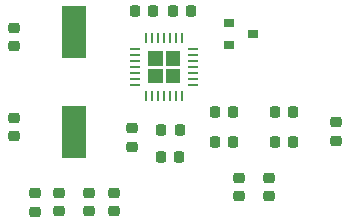
<source format=gtp>
G04 #@! TF.GenerationSoftware,KiCad,Pcbnew,(5.99.0-8018-g9a0f685a75)*
G04 #@! TF.CreationDate,2021-01-11T06:07:01+10:30*
G04 #@! TF.ProjectId,MCP39F511_Breakout,4d435033-3946-4353-9131-5f427265616b,rev?*
G04 #@! TF.SameCoordinates,Original*
G04 #@! TF.FileFunction,Paste,Top*
G04 #@! TF.FilePolarity,Positive*
%FSLAX46Y46*%
G04 Gerber Fmt 4.6, Leading zero omitted, Abs format (unit mm)*
G04 Created by KiCad (PCBNEW (5.99.0-8018-g9a0f685a75)) date 2021-01-11 06:07:01*
%MOMM*%
%LPD*%
G01*
G04 APERTURE LIST*
G04 Aperture macros list*
%AMRoundRect*
0 Rectangle with rounded corners*
0 $1 Rounding radius*
0 $2 $3 $4 $5 $6 $7 $8 $9 X,Y pos of 4 corners*
0 Add a 4 corners polygon primitive as box body*
4,1,4,$2,$3,$4,$5,$6,$7,$8,$9,$2,$3,0*
0 Add four circle primitives for the rounded corners*
1,1,$1+$1,$2,$3,0*
1,1,$1+$1,$4,$5,0*
1,1,$1+$1,$6,$7,0*
1,1,$1+$1,$8,$9,0*
0 Add four rect primitives between the rounded corners*
20,1,$1+$1,$2,$3,$4,$5,0*
20,1,$1+$1,$4,$5,$6,$7,0*
20,1,$1+$1,$6,$7,$8,$9,0*
20,1,$1+$1,$8,$9,$2,$3,0*%
G04 Aperture macros list end*
%ADD10C,0.010000*%
%ADD11R,0.810000X0.260000*%
%ADD12R,0.260000X0.810000*%
%ADD13RoundRect,0.218750X-0.218750X-0.256250X0.218750X-0.256250X0.218750X0.256250X-0.218750X0.256250X0*%
%ADD14RoundRect,0.218750X0.218750X0.256250X-0.218750X0.256250X-0.218750X-0.256250X0.218750X-0.256250X0*%
%ADD15R,0.900000X0.800000*%
%ADD16RoundRect,0.218750X-0.256250X0.218750X-0.256250X-0.218750X0.256250X-0.218750X0.256250X0.218750X0*%
%ADD17RoundRect,0.218750X0.256250X-0.218750X0.256250X0.218750X-0.256250X0.218750X-0.256250X-0.218750X0*%
%ADD18R,2.000000X4.500000*%
G04 APERTURE END LIST*
D10*
X128430200Y-100290000D02*
X129580000Y-100290000D01*
X129580000Y-100290000D02*
X129580000Y-101439800D01*
X129580000Y-101439800D02*
X128430200Y-101439800D01*
X128430200Y-101439800D02*
X128430200Y-100290000D01*
G36*
X129580000Y-101439800D02*
G01*
X128430200Y-101439800D01*
X128430200Y-100290000D01*
X129580000Y-100290000D01*
X129580000Y-101439800D01*
G37*
X129580000Y-101439800D02*
X128430200Y-101439800D01*
X128430200Y-100290000D01*
X129580000Y-100290000D01*
X129580000Y-101439800D01*
X128430052Y-101760000D02*
X129580000Y-101760000D01*
X129580000Y-101760000D02*
X129580000Y-102910430D01*
X129580000Y-102910430D02*
X128430052Y-102910430D01*
X128430052Y-102910430D02*
X128430052Y-101760000D01*
G36*
X129580000Y-102910430D02*
G01*
X128430052Y-102910430D01*
X128430052Y-101760000D01*
X129580000Y-101760000D01*
X129580000Y-102910430D01*
G37*
X129580000Y-102910430D02*
X128430052Y-102910430D01*
X128430052Y-101760000D01*
X129580000Y-101760000D01*
X129580000Y-102910430D01*
X126959150Y-100290000D02*
X128110000Y-100290000D01*
X128110000Y-100290000D02*
X128110000Y-101439896D01*
X128110000Y-101439896D02*
X126959150Y-101439896D01*
X126959150Y-101439896D02*
X126959150Y-100290000D01*
G36*
X128110000Y-101439896D02*
G01*
X126959150Y-101439896D01*
X126959150Y-100290000D01*
X128110000Y-100290000D01*
X128110000Y-101439896D01*
G37*
X128110000Y-101439896D02*
X126959150Y-101439896D01*
X126959150Y-100290000D01*
X128110000Y-100290000D01*
X128110000Y-101439896D01*
X126959320Y-101760000D02*
X128110000Y-101760000D01*
X128110000Y-101760000D02*
X128110000Y-102910680D01*
X128110000Y-102910680D02*
X126959320Y-102910680D01*
X126959320Y-102910680D02*
X126959320Y-101760000D01*
G36*
X128110000Y-102910680D02*
G01*
X126959320Y-102910680D01*
X126959320Y-101760000D01*
X128110000Y-101760000D01*
X128110000Y-102910680D01*
G37*
X128110000Y-102910680D02*
X126959320Y-102910680D01*
X126959320Y-101760000D01*
X128110000Y-101760000D01*
X128110000Y-102910680D01*
D11*
X125820000Y-100100000D03*
X125820000Y-100600000D03*
X125820000Y-101100000D03*
X125820000Y-101600000D03*
X125820000Y-102100000D03*
X125820000Y-102600000D03*
X125820000Y-103100000D03*
D12*
X126770000Y-104050000D03*
X127270000Y-104050000D03*
X127770000Y-104050000D03*
X128270000Y-104050000D03*
X128770000Y-104050000D03*
X129270000Y-104050000D03*
X129770000Y-104050000D03*
D11*
X130720000Y-103100000D03*
X130720000Y-102600000D03*
X130720000Y-102100000D03*
X130720000Y-101600000D03*
X130720000Y-101100000D03*
X130720000Y-100600000D03*
X130720000Y-100100000D03*
D12*
X129770000Y-99150000D03*
X129270000Y-99150000D03*
X128770000Y-99150000D03*
X128270000Y-99150000D03*
X127770000Y-99150000D03*
X127270000Y-99150000D03*
X126770000Y-99150000D03*
D13*
X128016500Y-106934000D03*
X129591500Y-106934000D03*
D14*
X134137500Y-105410000D03*
X132562500Y-105410000D03*
D15*
X133810746Y-97861806D03*
X133810746Y-99761806D03*
X135810746Y-98811806D03*
D16*
X115570000Y-98272500D03*
X115570000Y-99847500D03*
D17*
X124079000Y-113817500D03*
X124079000Y-112242500D03*
D16*
X119380000Y-112242500D03*
X119380000Y-113817500D03*
X142875000Y-106273500D03*
X142875000Y-107848500D03*
D13*
X137642500Y-107950000D03*
X139217500Y-107950000D03*
X127990500Y-109220000D03*
X129565500Y-109220000D03*
D17*
X115570000Y-107467500D03*
X115570000Y-105892500D03*
D14*
X139217500Y-105410000D03*
X137642500Y-105410000D03*
X130581500Y-96901000D03*
X129006500Y-96901000D03*
D17*
X137160000Y-112547500D03*
X137160000Y-110972500D03*
D14*
X134137500Y-107950000D03*
X132562500Y-107950000D03*
D16*
X134620000Y-110972500D03*
X134620000Y-112547500D03*
X117348000Y-112268500D03*
X117348000Y-113843500D03*
X121920000Y-112242500D03*
X121920000Y-113817500D03*
D13*
X125806500Y-96901000D03*
X127381500Y-96901000D03*
D18*
X120650000Y-107120000D03*
X120650000Y-98620000D03*
D16*
X125603000Y-106781500D03*
X125603000Y-108356500D03*
M02*

</source>
